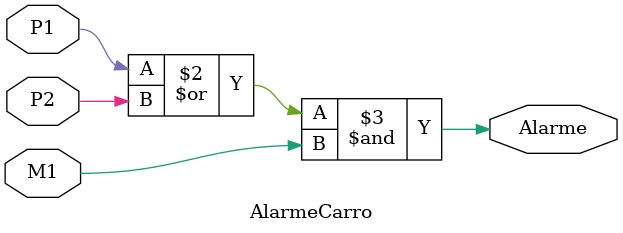
<source format=sv>
module AlarmeCarro(input logic P1,P2,M1,
             output logic Alarme);
  
  always_comb Alarme <= (P1 | P2) & M1;
  
endmodule
</source>
